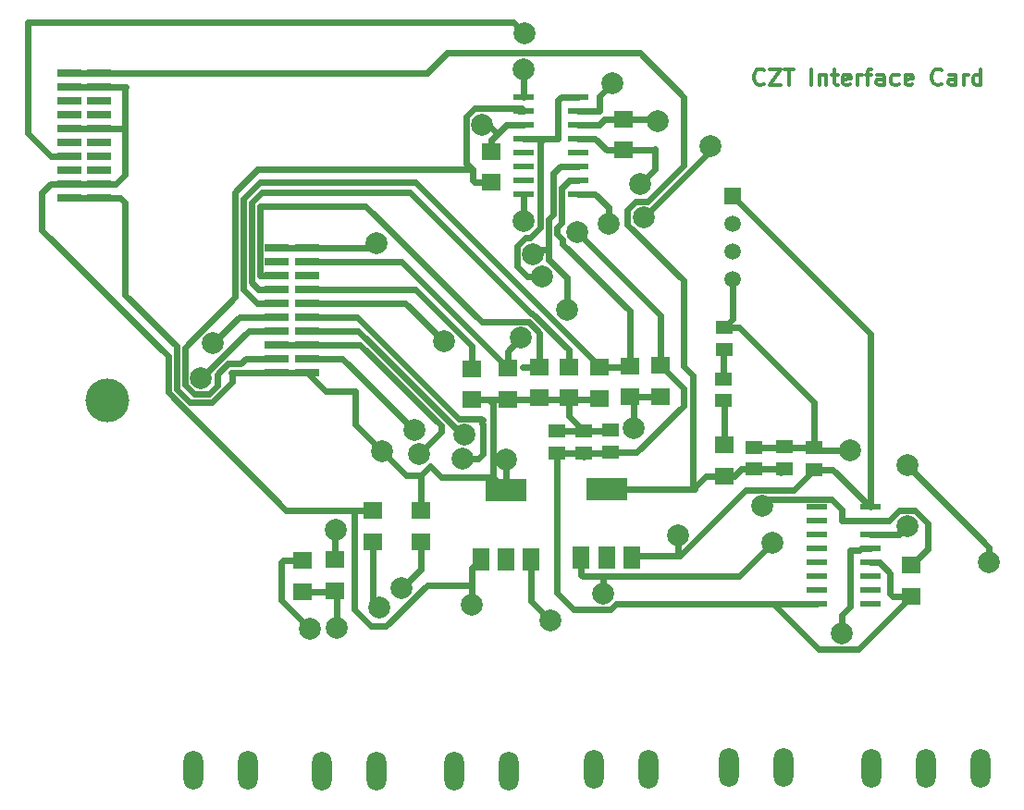
<source format=gbr>
%TF.GenerationSoftware,KiCad,Pcbnew,(5.1.9)-1*%
%TF.CreationDate,2021-09-03T15:16:10+00:00*%
%TF.ProjectId,CZTBoardV3,435a5442-6f61-4726-9456-332e6b696361,rev?*%
%TF.SameCoordinates,Original*%
%TF.FileFunction,Copper,L1,Top*%
%TF.FilePolarity,Positive*%
%FSLAX46Y46*%
G04 Gerber Fmt 4.6, Leading zero omitted, Abs format (unit mm)*
G04 Created by KiCad (PCBNEW (5.1.9)-1) date 2021-09-03 15:16:10*
%MOMM*%
%LPD*%
G01*
G04 APERTURE LIST*
%TA.AperFunction,NonConductor*%
%ADD10C,0.300000*%
%TD*%
%TA.AperFunction,ComponentPad*%
%ADD11C,4.000000*%
%TD*%
%TA.AperFunction,SMDPad,CuDef*%
%ADD12R,2.222400X0.736600*%
%TD*%
%TA.AperFunction,ComponentPad*%
%ADD13O,1.790700X3.581400*%
%TD*%
%TA.AperFunction,ComponentPad*%
%ADD14C,1.500000*%
%TD*%
%TA.AperFunction,ComponentPad*%
%ADD15R,1.500000X1.500000*%
%TD*%
%TA.AperFunction,SMDPad,CuDef*%
%ADD16R,1.981200X0.558800*%
%TD*%
%TA.AperFunction,SMDPad,CuDef*%
%ADD17R,1.803000X1.600000*%
%TD*%
%TA.AperFunction,SMDPad,CuDef*%
%ADD18R,3.800000X2.000000*%
%TD*%
%TA.AperFunction,SMDPad,CuDef*%
%ADD19R,1.500000X2.000000*%
%TD*%
%TA.AperFunction,SMDPad,CuDef*%
%ADD20R,1.600000X1.300000*%
%TD*%
%TA.AperFunction,ViaPad*%
%ADD21C,2.000000*%
%TD*%
%TA.AperFunction,Conductor*%
%ADD22C,0.609600*%
%TD*%
%TA.AperFunction,Conductor*%
%ADD23C,0.250000*%
%TD*%
G04 APERTURE END LIST*
D10*
X184230000Y-80585714D02*
X184158571Y-80657142D01*
X183944285Y-80728571D01*
X183801428Y-80728571D01*
X183587142Y-80657142D01*
X183444285Y-80514285D01*
X183372857Y-80371428D01*
X183301428Y-80085714D01*
X183301428Y-79871428D01*
X183372857Y-79585714D01*
X183444285Y-79442857D01*
X183587142Y-79300000D01*
X183801428Y-79228571D01*
X183944285Y-79228571D01*
X184158571Y-79300000D01*
X184230000Y-79371428D01*
X184730000Y-79228571D02*
X185730000Y-79228571D01*
X184730000Y-80728571D01*
X185730000Y-80728571D01*
X186087142Y-79228571D02*
X186944285Y-79228571D01*
X186515714Y-80728571D02*
X186515714Y-79228571D01*
X188587142Y-80728571D02*
X188587142Y-79228571D01*
X189301428Y-79728571D02*
X189301428Y-80728571D01*
X189301428Y-79871428D02*
X189372857Y-79800000D01*
X189515714Y-79728571D01*
X189730000Y-79728571D01*
X189872857Y-79800000D01*
X189944285Y-79942857D01*
X189944285Y-80728571D01*
X190444285Y-79728571D02*
X191015714Y-79728571D01*
X190658571Y-79228571D02*
X190658571Y-80514285D01*
X190730000Y-80657142D01*
X190872857Y-80728571D01*
X191015714Y-80728571D01*
X192087142Y-80657142D02*
X191944285Y-80728571D01*
X191658571Y-80728571D01*
X191515714Y-80657142D01*
X191444285Y-80514285D01*
X191444285Y-79942857D01*
X191515714Y-79800000D01*
X191658571Y-79728571D01*
X191944285Y-79728571D01*
X192087142Y-79800000D01*
X192158571Y-79942857D01*
X192158571Y-80085714D01*
X191444285Y-80228571D01*
X192801428Y-80728571D02*
X192801428Y-79728571D01*
X192801428Y-80014285D02*
X192872857Y-79871428D01*
X192944285Y-79800000D01*
X193087142Y-79728571D01*
X193230000Y-79728571D01*
X193515714Y-79728571D02*
X194087142Y-79728571D01*
X193730000Y-80728571D02*
X193730000Y-79442857D01*
X193801428Y-79300000D01*
X193944285Y-79228571D01*
X194087142Y-79228571D01*
X195230000Y-80728571D02*
X195230000Y-79942857D01*
X195158571Y-79800000D01*
X195015714Y-79728571D01*
X194730000Y-79728571D01*
X194587142Y-79800000D01*
X195230000Y-80657142D02*
X195087142Y-80728571D01*
X194730000Y-80728571D01*
X194587142Y-80657142D01*
X194515714Y-80514285D01*
X194515714Y-80371428D01*
X194587142Y-80228571D01*
X194730000Y-80157142D01*
X195087142Y-80157142D01*
X195230000Y-80085714D01*
X196587142Y-80657142D02*
X196444285Y-80728571D01*
X196158571Y-80728571D01*
X196015714Y-80657142D01*
X195944285Y-80585714D01*
X195872857Y-80442857D01*
X195872857Y-80014285D01*
X195944285Y-79871428D01*
X196015714Y-79800000D01*
X196158571Y-79728571D01*
X196444285Y-79728571D01*
X196587142Y-79800000D01*
X197801428Y-80657142D02*
X197658571Y-80728571D01*
X197372857Y-80728571D01*
X197230000Y-80657142D01*
X197158571Y-80514285D01*
X197158571Y-79942857D01*
X197230000Y-79800000D01*
X197372857Y-79728571D01*
X197658571Y-79728571D01*
X197801428Y-79800000D01*
X197872857Y-79942857D01*
X197872857Y-80085714D01*
X197158571Y-80228571D01*
X200515714Y-80585714D02*
X200444285Y-80657142D01*
X200230000Y-80728571D01*
X200087142Y-80728571D01*
X199872857Y-80657142D01*
X199730000Y-80514285D01*
X199658571Y-80371428D01*
X199587142Y-80085714D01*
X199587142Y-79871428D01*
X199658571Y-79585714D01*
X199730000Y-79442857D01*
X199872857Y-79300000D01*
X200087142Y-79228571D01*
X200230000Y-79228571D01*
X200444285Y-79300000D01*
X200515714Y-79371428D01*
X201801428Y-80728571D02*
X201801428Y-79942857D01*
X201730000Y-79800000D01*
X201587142Y-79728571D01*
X201301428Y-79728571D01*
X201158571Y-79800000D01*
X201801428Y-80657142D02*
X201658571Y-80728571D01*
X201301428Y-80728571D01*
X201158571Y-80657142D01*
X201087142Y-80514285D01*
X201087142Y-80371428D01*
X201158571Y-80228571D01*
X201301428Y-80157142D01*
X201658571Y-80157142D01*
X201801428Y-80085714D01*
X202515714Y-80728571D02*
X202515714Y-79728571D01*
X202515714Y-80014285D02*
X202587142Y-79871428D01*
X202658571Y-79800000D01*
X202801428Y-79728571D01*
X202944285Y-79728571D01*
X204087142Y-80728571D02*
X204087142Y-79228571D01*
X204087142Y-80657142D02*
X203944285Y-80728571D01*
X203658571Y-80728571D01*
X203515714Y-80657142D01*
X203444285Y-80585714D01*
X203372857Y-80442857D01*
X203372857Y-80014285D01*
X203444285Y-79871428D01*
X203515714Y-79800000D01*
X203658571Y-79728571D01*
X203944285Y-79728571D01*
X204087142Y-79800000D01*
D11*
%TO.P,U1,41*%
%TO.N,/HV*%
X124090000Y-109530000D03*
D12*
%TO.P,U1,1*%
%TO.N,/AVFE*%
X123391700Y-79562000D03*
%TO.P,U1,2*%
X120661200Y-79562000D03*
%TO.P,U1,3*%
%TO.N,AGND*%
X123391700Y-80832000D03*
%TO.P,U1,4*%
X120661200Y-80832000D03*
%TO.P,U1,5*%
%TO.N,N/C*%
X123391700Y-82102000D03*
%TO.P,U1,6*%
X120661200Y-82102000D03*
%TO.P,U1,7*%
X123391700Y-83372000D03*
%TO.P,U1,8*%
X120661200Y-83372000D03*
%TO.P,U1,9*%
%TO.N,AGND*%
X123391700Y-84642000D03*
%TO.P,U1,10*%
X120661200Y-84642000D03*
%TO.P,U1,11*%
%TO.N,N/C*%
X123391700Y-85912000D03*
%TO.P,U1,12*%
X120661200Y-85912000D03*
%TO.P,U1,13*%
X123391700Y-87182000D03*
%TO.P,U1,14*%
%TO.N,/PWR_ON*%
X120661200Y-87182000D03*
%TO.P,U1,15*%
%TO.N,N/C*%
X123391700Y-88452000D03*
%TO.P,U1,16*%
X120661200Y-88452000D03*
%TO.P,U1,17*%
%TO.N,AGND*%
X123391700Y-89722000D03*
%TO.P,U1,18*%
X120661200Y-89722000D03*
%TO.P,U1,19*%
%TO.N,VCC*%
X123391700Y-90992000D03*
%TO.P,U1,20*%
X120661200Y-90992000D03*
%TO.P,U1,21*%
%TO.N,DGND*%
X142385300Y-95565000D03*
%TO.P,U1,22*%
X139654800Y-95565000D03*
%TO.P,U1,23*%
%TO.N,/RST*%
X142385300Y-96835000D03*
%TO.P,U1,24*%
%TO.N,/GPIO*%
X139654800Y-96835000D03*
%TO.P,U1,25*%
%TO.N,Net-(U1-Pad25)*%
X142385300Y-98105000D03*
%TO.P,U1,26*%
%TO.N,/TDI*%
X139654800Y-98105000D03*
%TO.P,U1,27*%
%TO.N,/TMS*%
X142385300Y-99375000D03*
%TO.P,U1,28*%
%TO.N,/TCK*%
X139654800Y-99375000D03*
%TO.P,U1,29*%
%TO.N,/SS_N*%
X142385300Y-100645000D03*
%TO.P,U1,30*%
%TO.N,/SS_P*%
X139654800Y-100645000D03*
%TO.P,U1,31*%
%TO.N,/MISO_N*%
X142385300Y-101915000D03*
%TO.P,U1,32*%
%TO.N,/MISO_P*%
X139654800Y-101915000D03*
%TO.P,U1,33*%
%TO.N,/MOSI_N*%
X142385300Y-103185000D03*
%TO.P,U1,34*%
%TO.N,/MOSI_P*%
X139654800Y-103185000D03*
%TO.P,U1,35*%
%TO.N,DGND*%
X142385300Y-104455000D03*
%TO.P,U1,36*%
X139654800Y-104455000D03*
%TO.P,U1,37*%
%TO.N,/CLK_N*%
X142385300Y-105725000D03*
%TO.P,U1,38*%
%TO.N,/CLK_P*%
X139654800Y-105725000D03*
%TO.P,U1,39*%
%TO.N,VCC*%
X142385300Y-106995000D03*
%TO.P,U1,40*%
X139654800Y-106995000D03*
%TD*%
D13*
%TO.P,X6,3*%
%TO.N,/GPIO*%
X204090000Y-143240000D03*
%TO.P,X6,2*%
%TO.N,/RST*%
X199090000Y-143240000D03*
%TO.P,X6,1*%
%TO.N,/PWR_ON*%
X194090000Y-143240000D03*
%TD*%
%TO.P,X5,2*%
%TO.N,/MISO*%
X185990000Y-143220000D03*
%TO.P,X5,1*%
%TO.N,/SS*%
X180990000Y-143220000D03*
%TD*%
%TO.P,X4,2*%
%TO.N,/MOSI*%
X173690000Y-143320000D03*
%TO.P,X4,1*%
%TO.N,/CLK*%
X168690000Y-143320000D03*
%TD*%
%TO.P,X3,2*%
%TO.N,/VIN5V*%
X160890000Y-143520000D03*
%TO.P,X3,1*%
%TO.N,AGND*%
X155890000Y-143520000D03*
%TD*%
%TO.P,X2,2*%
%TO.N,/LED+*%
X148790000Y-143520000D03*
%TO.P,X2,1*%
%TO.N,/LED-*%
X143790000Y-143520000D03*
%TD*%
%TO.P,X1,2*%
%TO.N,/EXT_PICO_GND*%
X136990000Y-143450000D03*
%TO.P,X1,1*%
%TO.N,/EXT_PICO_600V*%
X131990000Y-143450000D03*
%TD*%
D14*
%TO.P,U4,4*%
%TO.N,AGND*%
X181350000Y-98440000D03*
%TO.P,U4,3*%
%TO.N,Net-(U4-Pad3)*%
X181350000Y-95900000D03*
%TO.P,U4,2*%
%TO.N,/NC*%
X181350000Y-93360000D03*
D15*
%TO.P,U4,1*%
%TO.N,VCC*%
X181350000Y-90820000D03*
%TD*%
D16*
%TO.P,U3,16*%
%TO.N,VCC*%
X193963800Y-119325000D03*
%TO.P,U3,15*%
%TO.N,/MISO_N*%
X193963800Y-120595000D03*
%TO.P,U3,14*%
%TO.N,/MISO_P*%
X193963800Y-121865000D03*
%TO.P,U3,13*%
%TO.N,/MISO*%
X193963800Y-123135000D03*
%TO.P,U3,12*%
%TO.N,DGND*%
X193963800Y-124405000D03*
%TO.P,U3,11*%
%TO.N,Net-(U3-Pad11)*%
X193963800Y-125675000D03*
%TO.P,U3,10*%
%TO.N,Net-(U3-Pad10)*%
X193963800Y-126945000D03*
%TO.P,U3,9*%
%TO.N,Net-(U3-Pad9)*%
X193963800Y-128215000D03*
%TO.P,U3,8*%
%TO.N,DGND*%
X189036200Y-128215000D03*
%TO.P,U3,7*%
%TO.N,Net-(U3-Pad7)*%
X189036200Y-126945000D03*
%TO.P,U3,6*%
%TO.N,Net-(U3-Pad6)*%
X189036200Y-125675000D03*
%TO.P,U3,5*%
%TO.N,Net-(U3-Pad5)*%
X189036200Y-124405000D03*
%TO.P,U3,4*%
%TO.N,Net-(U3-Pad4)*%
X189036200Y-123135000D03*
%TO.P,U3,3*%
%TO.N,Net-(U3-Pad3)*%
X189036200Y-121865000D03*
%TO.P,U3,2*%
%TO.N,Net-(U3-Pad2)*%
X189036200Y-120595000D03*
%TO.P,U3,1*%
%TO.N,Net-(U3-Pad1)*%
X189036200Y-119325000D03*
%TD*%
%TO.P,U2,16*%
%TO.N,VCC*%
X167183800Y-81765000D03*
%TO.P,U2,15*%
%TO.N,/MOSI*%
X167183800Y-83035000D03*
%TO.P,U2,14*%
%TO.N,/MOSI_P*%
X167183800Y-84305000D03*
%TO.P,U2,13*%
%TO.N,/MOSI_N*%
X167183800Y-85575000D03*
%TO.P,U2,12*%
%TO.N,Net-(U2-Pad12)*%
X167183800Y-86845000D03*
%TO.P,U2,11*%
%TO.N,/SS_N*%
X167183800Y-88115000D03*
%TO.P,U2,10*%
%TO.N,/SS_P*%
X167183800Y-89385000D03*
%TO.P,U2,9*%
%TO.N,/SS*%
X167183800Y-90655000D03*
%TO.P,U2,8*%
%TO.N,DGND*%
X162256200Y-90655000D03*
%TO.P,U2,7*%
%TO.N,Net-(U2-Pad7)*%
X162256200Y-89385000D03*
%TO.P,U2,6*%
%TO.N,Net-(U2-Pad6)*%
X162256200Y-88115000D03*
%TO.P,U2,5*%
%TO.N,Net-(U2-Pad5)*%
X162256200Y-86845000D03*
%TO.P,U2,4*%
%TO.N,VCC*%
X162256200Y-85575000D03*
%TO.P,U2,3*%
%TO.N,/CLK_N*%
X162256200Y-84305000D03*
%TO.P,U2,2*%
%TO.N,/CLK_P*%
X162256200Y-83035000D03*
%TO.P,U2,1*%
%TO.N,/CLK*%
X162256200Y-81765000D03*
%TD*%
D17*
%TO.P,R21,1*%
%TO.N,/AVFE*%
X180590000Y-116474000D03*
%TO.P,R21,2*%
%TO.N,Net-(C13-Pad1)*%
X180590000Y-113630000D03*
%TD*%
%TO.P,R18,1*%
%TO.N,/MISO_P*%
X142000000Y-127094000D03*
%TO.P,R18,2*%
%TO.N,VCC*%
X142000000Y-124250000D03*
%TD*%
%TO.P,R17,1*%
%TO.N,/MISO_N*%
X197720000Y-124668000D03*
%TO.P,R17,2*%
%TO.N,DGND*%
X197720000Y-127512000D03*
%TD*%
%TO.P,R16,1*%
%TO.N,/TDI*%
X163680000Y-106500000D03*
%TO.P,R16,2*%
%TO.N,VCC*%
X163680000Y-109344000D03*
%TD*%
%TO.P,R15,1*%
%TO.N,/TMS*%
X157480000Y-106680000D03*
%TO.P,R15,2*%
%TO.N,VCC*%
X157480000Y-109524000D03*
%TD*%
%TO.P,R14,1*%
%TO.N,/TCK*%
X166350000Y-106500000D03*
%TO.P,R14,2*%
%TO.N,VCC*%
X166350000Y-109344000D03*
%TD*%
%TO.P,R13,1*%
%TO.N,DGND*%
X174740000Y-106380000D03*
%TO.P,R13,2*%
%TO.N,/SS_N*%
X174740000Y-109224000D03*
%TD*%
%TO.P,R12,1*%
%TO.N,VCC*%
X169160000Y-109374000D03*
%TO.P,R12,2*%
%TO.N,/SS_P*%
X169160000Y-106530000D03*
%TD*%
%TO.P,R11,1*%
%TO.N,AGND*%
X148390000Y-119650000D03*
%TO.P,R11,2*%
%TO.N,/LED-*%
X148390000Y-122494000D03*
%TD*%
%TO.P,R10,1*%
%TO.N,VCC*%
X152790000Y-119650000D03*
%TO.P,R10,2*%
%TO.N,/LED+*%
X152790000Y-122494000D03*
%TD*%
%TO.P,R9,1*%
%TO.N,/RST*%
X160810000Y-106620000D03*
%TO.P,R9,2*%
%TO.N,VCC*%
X160810000Y-109464000D03*
%TD*%
%TO.P,R4,1*%
%TO.N,/MISO_N*%
X144930000Y-124138000D03*
%TO.P,R4,2*%
%TO.N,/MISO_P*%
X144930000Y-126982000D03*
%TD*%
%TO.P,R3,1*%
%TO.N,/MOSI_N*%
X171360000Y-86664000D03*
%TO.P,R3,2*%
%TO.N,/MOSI_P*%
X171360000Y-83820000D03*
%TD*%
%TO.P,R2,1*%
%TO.N,/SS_P*%
X171920000Y-106428000D03*
%TO.P,R2,2*%
%TO.N,/SS_N*%
X171920000Y-109272000D03*
%TD*%
%TO.P,R1,1*%
%TO.N,/CLK_P*%
X159290000Y-89612000D03*
%TO.P,R1,2*%
%TO.N,/CLK_N*%
X159290000Y-86768000D03*
%TD*%
D18*
%TO.P,IC2,4*%
%TO.N,/AVFE*%
X169810000Y-117660000D03*
D19*
%TO.P,IC2,3*%
%TO.N,VCC*%
X172110000Y-123960000D03*
%TO.P,IC2,2*%
%TO.N,N/C*%
X169810000Y-123960000D03*
%TO.P,IC2,1*%
%TO.N,AGND*%
X167510000Y-123960000D03*
%TD*%
D18*
%TO.P,IC1,4*%
%TO.N,VCC*%
X160590000Y-117800000D03*
D19*
%TO.P,IC1,3*%
%TO.N,/VIN5V*%
X162890000Y-124100000D03*
%TO.P,IC1,2*%
%TO.N,N/C*%
X160590000Y-124100000D03*
%TO.P,IC1,1*%
%TO.N,AGND*%
X158290000Y-124100000D03*
%TD*%
D20*
%TO.P,C14,2*%
%TO.N,AGND*%
X180570000Y-102880000D03*
%TO.P,C14,1*%
%TO.N,Net-(C13-Pad2)*%
X180570000Y-104880000D03*
%TD*%
%TO.P,C13,2*%
%TO.N,Net-(C13-Pad2)*%
X180550000Y-107610000D03*
%TO.P,C13,1*%
%TO.N,Net-(C13-Pad1)*%
X180550000Y-109610000D03*
%TD*%
%TO.P,C12,2*%
%TO.N,AGND*%
X183340000Y-113860000D03*
%TO.P,C12,1*%
%TO.N,/AVFE*%
X183340000Y-115860000D03*
%TD*%
%TO.P,C11,2*%
%TO.N,AGND*%
X186110000Y-113840000D03*
%TO.P,C11,1*%
%TO.N,/AVFE*%
X186110000Y-115840000D03*
%TD*%
%TO.P,C6,2*%
%TO.N,AGND*%
X188850000Y-113880000D03*
%TO.P,C6,1*%
%TO.N,VCC*%
X188850000Y-115880000D03*
%TD*%
%TO.P,C4,2*%
%TO.N,DGND*%
X167700000Y-114360000D03*
%TO.P,C4,1*%
%TO.N,VCC*%
X167700000Y-112360000D03*
%TD*%
%TO.P,C3,2*%
%TO.N,DGND*%
X170180000Y-114320000D03*
%TO.P,C3,1*%
%TO.N,VCC*%
X170180000Y-112320000D03*
%TD*%
%TO.P,C2,2*%
%TO.N,DGND*%
X165280000Y-114370000D03*
%TO.P,C2,1*%
%TO.N,VCC*%
X165280000Y-112370000D03*
%TD*%
D21*
%TO.N,AGND*%
X157480000Y-128270000D03*
X184980000Y-122650000D03*
X192110000Y-114110000D03*
X169510000Y-127250000D03*
%TO.N,VCC*%
X176380000Y-121910000D03*
X142640000Y-130460000D03*
X149273669Y-114251134D03*
X163950052Y-98200755D03*
X160640000Y-114977210D03*
%TO.N,/PWR_ON*%
X162285404Y-75925404D03*
%TO.N,/RST*%
X162010000Y-103850000D03*
X197340000Y-115530000D03*
X204850000Y-124410000D03*
%TO.N,/SS_N*%
X166200000Y-101280000D03*
X172280000Y-112120000D03*
X154920000Y-104170000D03*
X163070000Y-96160000D03*
%TO.N,/MISO_N*%
X145000000Y-121390000D03*
X156646774Y-114945399D03*
X184070000Y-119200000D03*
%TO.N,/MISO_P*%
X145100000Y-130400000D03*
X133817210Y-104346890D03*
X197329596Y-121119596D03*
%TO.N,/MOSI_N*%
X172850000Y-89750000D03*
X156827220Y-112704146D03*
%TO.N,/MOSI_P*%
X132700000Y-107550000D03*
X174522790Y-83990000D03*
%TO.N,/CLK_N*%
X152200000Y-112300000D03*
X158440000Y-84310000D03*
%TO.N,/MOSI*%
X170330000Y-80570000D03*
%TO.N,/SS*%
X179290000Y-86310000D03*
X173200000Y-92820000D03*
X170035427Y-93379625D03*
%TO.N,/CLK*%
X162190000Y-79232788D03*
%TO.N,/MISO*%
X191340000Y-130900000D03*
%TO.N,/LED-*%
X149050404Y-128510404D03*
%TO.N,/LED+*%
X151079596Y-126739596D03*
%TO.N,/VIN5V*%
X164649326Y-129727210D03*
%TO.N,DGND*%
X148720000Y-95140000D03*
X152631387Y-114458660D03*
X167126118Y-94200931D03*
X162248956Y-93135563D03*
%TD*%
D22*
%TO.N,AGND*%
X123391700Y-80832000D02*
X124424162Y-80832000D01*
X124424162Y-84642000D02*
X123391700Y-84642000D01*
X124908000Y-89722000D02*
X123391700Y-89722000D01*
X125730000Y-88900000D02*
X124908000Y-89722000D01*
X125730000Y-85947838D02*
X125730000Y-88900000D01*
X120661200Y-89722000D02*
X123391700Y-89722000D01*
X147016738Y-119650000D02*
X148390000Y-119650000D01*
X120661200Y-89722000D02*
X119628738Y-89722000D01*
X148590000Y-119450000D02*
X148390000Y-119650000D01*
X188830000Y-113860000D02*
X188850000Y-113880000D01*
X183340000Y-113860000D02*
X188830000Y-113860000D01*
X188850000Y-109750400D02*
X188850000Y-113880000D01*
X181979600Y-102880000D02*
X188850000Y-109750400D01*
X180570000Y-102880000D02*
X181979600Y-102880000D01*
X188850000Y-113880000D02*
X189122962Y-113880000D01*
X181960000Y-125670000D02*
X184980000Y-122650000D01*
X176900000Y-125670000D02*
X181960000Y-125670000D01*
X177242962Y-125670000D02*
X176900000Y-125670000D01*
X189080000Y-114110000D02*
X188850000Y-113880000D01*
X192110000Y-114110000D02*
X189080000Y-114110000D01*
X167510000Y-125569600D02*
X167510000Y-123960000D01*
X167610400Y-125670000D02*
X167510000Y-125569600D01*
X181350000Y-102100000D02*
X180570000Y-102880000D01*
X181350000Y-98440000D02*
X181350000Y-102100000D01*
X146878900Y-119650000D02*
X148390000Y-119650000D01*
X120661200Y-89722000D02*
X118940400Y-89722000D01*
X118940400Y-89722000D02*
X118110000Y-90552400D01*
X118110000Y-90552400D02*
X118110000Y-93980000D01*
X129678776Y-105548776D02*
X129678776Y-108840728D01*
X118110000Y-93980000D02*
X129678776Y-105548776D01*
X129678776Y-108840728D02*
X140488048Y-119650000D01*
X157480000Y-124910000D02*
X158290000Y-124100000D01*
X169510000Y-125750000D02*
X169590000Y-125670000D01*
X169510000Y-127250000D02*
X169510000Y-125750000D01*
X169590000Y-125670000D02*
X167610400Y-125670000D01*
X176900000Y-125670000D02*
X169590000Y-125670000D01*
X157480000Y-128270000D02*
X157480000Y-126490000D01*
X157480000Y-126490000D02*
X157480000Y-124910000D01*
X157480000Y-126490000D02*
X153390000Y-126490000D01*
X153390000Y-126490000D02*
X149650000Y-130230000D01*
X149650000Y-130230000D02*
X148220000Y-130230000D01*
X148220000Y-130230000D02*
X146690000Y-128700000D01*
X146690000Y-119750000D02*
X146590000Y-119650000D01*
X146690000Y-128700000D02*
X146690000Y-119750000D01*
X146590000Y-119650000D02*
X146878900Y-119650000D01*
X140488048Y-119650000D02*
X146590000Y-119650000D01*
X123391700Y-80832000D02*
X125842000Y-80832000D01*
X125522000Y-84642000D02*
X125730000Y-84850000D01*
X123391700Y-84642000D02*
X125522000Y-84642000D01*
X125730000Y-84850000D02*
X125730000Y-85947838D01*
X125730000Y-80944000D02*
X125730000Y-84850000D01*
X120661200Y-80832000D02*
X123391700Y-80832000D01*
X120661200Y-84642000D02*
X123391700Y-84642000D01*
D23*
%TO.N,VCC*%
X160590000Y-117800000D02*
X160590000Y-117540000D01*
D22*
X152790000Y-119650000D02*
X152790000Y-116450000D01*
X152790000Y-116450000D02*
X153670000Y-115570000D01*
X120661200Y-90992000D02*
X123391700Y-90992000D01*
X123391700Y-90992000D02*
X125282000Y-90992000D01*
X125282000Y-90992000D02*
X125730000Y-91440000D01*
X125730000Y-91440000D02*
X125730000Y-96520000D01*
X125730000Y-96520000D02*
X125730000Y-97226395D01*
X135575000Y-106995000D02*
X142385300Y-106995000D01*
X135498605Y-106995000D02*
X135575000Y-106995000D01*
X159400000Y-116610000D02*
X160590000Y-117800000D01*
X169010000Y-109524000D02*
X169160000Y-109374000D01*
X157480000Y-109524000D02*
X169010000Y-109524000D01*
X166350000Y-111010000D02*
X167700000Y-112360000D01*
X166350000Y-109344000D02*
X166350000Y-111010000D01*
X170140000Y-112360000D02*
X170180000Y-112320000D01*
X167700000Y-112360000D02*
X170140000Y-112360000D01*
X167690000Y-112370000D02*
X167700000Y-112360000D01*
X165280000Y-112370000D02*
X167690000Y-112370000D01*
X167183800Y-81765000D02*
X165655000Y-81765000D01*
X165655000Y-81765000D02*
X165330000Y-82090000D01*
X165330000Y-82090000D02*
X165330000Y-85630000D01*
X162311200Y-85630000D02*
X162256200Y-85575000D01*
X172270000Y-123800000D02*
X172110000Y-123960000D01*
X165330000Y-85630000D02*
X164050000Y-85630000D01*
X164050000Y-85630000D02*
X162311200Y-85630000D01*
X125730000Y-99904306D02*
X130440787Y-104615093D01*
X130440787Y-108525093D02*
X131684907Y-109769213D01*
X130440787Y-104615093D02*
X130440787Y-108525093D01*
X131684907Y-109769213D02*
X133715093Y-109769213D01*
X135575000Y-107909306D02*
X135575000Y-106995000D01*
X133715093Y-109769213D02*
X135575000Y-107909306D01*
X125730000Y-96520000D02*
X125730000Y-99904306D01*
X176380000Y-123660000D02*
X176520000Y-123800000D01*
X176380000Y-121910000D02*
X176380000Y-123660000D01*
X176520000Y-123800000D02*
X172270000Y-123800000D01*
X140240000Y-124250000D02*
X142000000Y-124250000D01*
X140060000Y-124430000D02*
X140240000Y-124250000D01*
X140060000Y-127880000D02*
X140060000Y-124430000D01*
X142640000Y-130460000D02*
X140060000Y-127880000D01*
X142385300Y-106995000D02*
X144115300Y-108725000D01*
X144115300Y-108725000D02*
X146825000Y-108725000D01*
X154710000Y-116610000D02*
X159400000Y-116610000D01*
X153670000Y-115570000D02*
X154710000Y-116610000D01*
X146825000Y-108725000D02*
X146825000Y-110414682D01*
X146825000Y-108725000D02*
X146825000Y-111802465D01*
X148273670Y-113251135D02*
X149273669Y-114251134D01*
X146825000Y-111802465D02*
X148273670Y-113251135D01*
X188850000Y-115880000D02*
X190518800Y-115880000D01*
X190518800Y-115880000D02*
X193963800Y-119325000D01*
X161612799Y-97277715D02*
X162535839Y-98200755D01*
X163769999Y-93733343D02*
X162800543Y-94702799D01*
X162370543Y-94702799D02*
X161612799Y-95460543D01*
X162800543Y-94702799D02*
X162370543Y-94702799D01*
X164050000Y-85630000D02*
X163769999Y-85910001D01*
X163769999Y-85910001D02*
X163769999Y-93733343D01*
X161612799Y-95460543D02*
X161612799Y-97277715D01*
X162535839Y-98200755D02*
X163950052Y-98200755D01*
X151472535Y-116450000D02*
X149273669Y-114251134D01*
X152790000Y-116450000D02*
X151472535Y-116450000D01*
X193963800Y-103433800D02*
X193963800Y-119325000D01*
X181350000Y-90820000D02*
X193963800Y-103433800D01*
X158991100Y-109524000D02*
X159400000Y-109932900D01*
X157480000Y-109524000D02*
X158991100Y-109524000D01*
X159400000Y-109932900D02*
X159400000Y-116610000D01*
X188850000Y-115880000D02*
X186987202Y-117742798D01*
X186987202Y-117742798D02*
X182577202Y-117742798D01*
X182577202Y-117742798D02*
X176520000Y-123800000D01*
X160590000Y-115027210D02*
X160640000Y-114977210D01*
X160590000Y-117800000D02*
X160590000Y-115027210D01*
%TO.N,/AVFE*%
X185750000Y-116200000D02*
X186110000Y-115840000D01*
X132902000Y-79562000D02*
X130868000Y-79562000D01*
X130868000Y-79562000D02*
X123391700Y-79562000D01*
X177460000Y-117660000D02*
X177870000Y-117660000D01*
X169810000Y-117660000D02*
X177460000Y-117660000D01*
X130868000Y-79562000D02*
X153401342Y-79562000D01*
X173579556Y-91362798D02*
X172500542Y-91362798D01*
X176860712Y-106479288D02*
X177700000Y-107318576D01*
X176860712Y-88081642D02*
X173579556Y-91362798D01*
X171742798Y-93479458D02*
X176860712Y-98597372D01*
X177700000Y-107318576D02*
X177700000Y-117420000D01*
X172500542Y-91362798D02*
X171742798Y-92120542D01*
X176860712Y-81760712D02*
X176860712Y-88081642D01*
X153401342Y-79562000D02*
X155187756Y-77775586D01*
X172875586Y-77775586D02*
X176860712Y-81760712D01*
X155187756Y-77775586D02*
X172875586Y-77775586D01*
X171742798Y-92120542D02*
X171742798Y-93479458D01*
X176860712Y-98597372D02*
X176860712Y-106479288D01*
X177700000Y-117420000D02*
X177460000Y-117660000D01*
X186090000Y-115860000D02*
X186110000Y-115840000D01*
X183340000Y-115860000D02*
X186090000Y-115860000D01*
X120661200Y-79562000D02*
X123391700Y-79562000D01*
X177700000Y-117420000D02*
X177990000Y-117420000D01*
X178936000Y-116474000D02*
X180590000Y-116474000D01*
X177990000Y-117420000D02*
X178936000Y-116474000D01*
X180590000Y-116474000D02*
X181516000Y-116474000D01*
X182130000Y-115860000D02*
X183340000Y-115860000D01*
X181516000Y-116474000D02*
X182130000Y-115860000D01*
%TO.N,/PWR_ON*%
X120661200Y-87182000D02*
X118940400Y-87182000D01*
X116840000Y-74930000D02*
X116844595Y-74925405D01*
X116844595Y-74925405D02*
X161285405Y-74925405D01*
X161285405Y-74925405D02*
X162285404Y-75925404D01*
X116840000Y-85081600D02*
X116840000Y-74930000D01*
X118940400Y-87182000D02*
X116840000Y-85081600D01*
%TO.N,/RST*%
X151025000Y-96835000D02*
X142385300Y-96835000D01*
X160810000Y-106620000D02*
X151025000Y-96835000D01*
X160810000Y-105050000D02*
X162010000Y-103850000D01*
X160810000Y-106620000D02*
X160810000Y-105050000D01*
X204850000Y-123040000D02*
X204850000Y-124410000D01*
X197340000Y-115530000D02*
X204850000Y-123040000D01*
%TO.N,/SS_N*%
X174692000Y-109272000D02*
X174740000Y-109224000D01*
X171920000Y-109272000D02*
X174692000Y-109272000D01*
X172280000Y-109632000D02*
X171920000Y-109272000D01*
X172280000Y-112120000D02*
X172280000Y-109632000D01*
X142385300Y-100645000D02*
X151395000Y-100645000D01*
X151395000Y-100645000D02*
X154920000Y-104170000D01*
X166200000Y-98322765D02*
X166200000Y-101280000D01*
X164973988Y-92531706D02*
X164540788Y-92964906D01*
X164973988Y-88724612D02*
X164973988Y-92531706D01*
X167183800Y-88115000D02*
X165583600Y-88115000D01*
X164540788Y-96663553D02*
X166200000Y-98322765D01*
X165583600Y-88115000D02*
X164973988Y-88724612D01*
X163500788Y-95729212D02*
X164540788Y-95729212D01*
X163070000Y-96160000D02*
X163500788Y-95729212D01*
X164540788Y-95729212D02*
X164540788Y-96663553D01*
X164540788Y-92964906D02*
X164540788Y-95729212D01*
%TO.N,/SS_P*%
X169160000Y-106530000D02*
X169160000Y-106440000D01*
X169160000Y-106440000D02*
X152290000Y-89570000D01*
X152290000Y-89570000D02*
X138090000Y-89570000D01*
X136562378Y-91097623D02*
X136562378Y-99402378D01*
X138090000Y-89570000D02*
X136562378Y-91097623D01*
X137805000Y-100645000D02*
X139654800Y-100645000D01*
X136562378Y-99402378D02*
X137805000Y-100645000D01*
X171818000Y-106530000D02*
X171920000Y-106428000D01*
X169160000Y-106530000D02*
X171818000Y-106530000D01*
X165807201Y-94820543D02*
X165807201Y-95260543D01*
X165735999Y-93337341D02*
X165302799Y-93770541D01*
X171920000Y-101373342D02*
X171920000Y-106428000D01*
X165735999Y-90121601D02*
X165735999Y-93337341D01*
X167183800Y-89385000D02*
X166472600Y-89385000D01*
X165807201Y-95260543D02*
X171920000Y-101373342D01*
X165302799Y-93770541D02*
X165302798Y-94316140D01*
X166472600Y-89385000D02*
X165735999Y-90121601D01*
X165302798Y-94316140D02*
X165807201Y-94820543D01*
%TO.N,/MISO_N*%
X144930000Y-121460000D02*
X145000000Y-121390000D01*
X144930000Y-124138000D02*
X144930000Y-121460000D01*
X196630139Y-119662395D02*
X198029053Y-119662395D01*
X199207202Y-120840542D02*
X199207202Y-123180798D01*
X198029053Y-119662395D02*
X199207202Y-120840542D01*
X199207202Y-123180798D02*
X197720000Y-124668000D01*
X195697534Y-120595000D02*
X196630139Y-119662395D01*
X193963800Y-120595000D02*
X195697534Y-120595000D01*
X158538044Y-111753373D02*
X158538044Y-114468342D01*
X158060987Y-114945399D02*
X156646774Y-114945399D01*
X158538044Y-114468342D02*
X158060987Y-114945399D01*
X158440000Y-111655329D02*
X158538044Y-111753373D01*
X193963800Y-120595000D02*
X191355000Y-120595000D01*
X191355000Y-119550838D02*
X190392561Y-118588399D01*
X184681601Y-118588399D02*
X184070000Y-119200000D01*
X191355000Y-120595000D02*
X191355000Y-119550838D01*
X190392561Y-118588399D02*
X184681601Y-118588399D01*
X142385300Y-101915000D02*
X146975000Y-101915000D01*
X146975000Y-101915000D02*
X156306944Y-111246944D01*
X156306944Y-111246944D02*
X158326944Y-111246944D01*
X158326944Y-111246944D02*
X158460000Y-111380000D01*
%TO.N,/MISO_P*%
X144818000Y-127094000D02*
X144930000Y-126982000D01*
X142000000Y-127094000D02*
X144818000Y-127094000D01*
X145100000Y-127152000D02*
X144930000Y-126982000D01*
X145100000Y-130400000D02*
X145100000Y-127152000D01*
X136249100Y-101915000D02*
X133817210Y-104346890D01*
X139654800Y-101915000D02*
X136249100Y-101915000D01*
X196584192Y-121865000D02*
X197329596Y-121119596D01*
X193963800Y-121865000D02*
X196584192Y-121865000D01*
%TO.N,/MOSI_N*%
X167183800Y-85575000D02*
X168755000Y-85575000D01*
X169844000Y-86664000D02*
X171360000Y-86664000D01*
X168755000Y-85575000D02*
X169844000Y-86664000D01*
X172850000Y-89750000D02*
X174210000Y-88390000D01*
X174210000Y-88390000D02*
X174210000Y-86540000D01*
X174086000Y-86664000D02*
X171360000Y-86664000D01*
X174210000Y-86540000D02*
X174086000Y-86664000D01*
X156596500Y-112704146D02*
X156827220Y-112704146D01*
X147077354Y-103185000D02*
X156596500Y-112704146D01*
X142385300Y-103185000D02*
X147077354Y-103185000D01*
%TO.N,/MOSI_P*%
X167183800Y-84305000D02*
X169145000Y-84305000D01*
X169630000Y-83820000D02*
X171360000Y-83820000D01*
X169145000Y-84305000D02*
X169630000Y-83820000D01*
X137065000Y-103185000D02*
X132700000Y-107550000D01*
X139654800Y-103185000D02*
X137065000Y-103185000D01*
X174352790Y-83820000D02*
X174522790Y-83990000D01*
X171360000Y-83820000D02*
X174352790Y-83820000D01*
%TO.N,/CLK_N*%
X159290000Y-85671000D02*
X159290000Y-86768000D01*
X162256200Y-84305000D02*
X160656000Y-84305000D01*
X145625000Y-105725000D02*
X152200000Y-112300000D01*
X142385300Y-105725000D02*
X145625000Y-105725000D01*
X158970000Y-84310000D02*
X159810500Y-85150500D01*
X159810500Y-85150500D02*
X159290000Y-85671000D01*
X158440000Y-84310000D02*
X158970000Y-84310000D01*
X160656000Y-84305000D02*
X159810500Y-85150500D01*
%TO.N,/CLK_P*%
X162256200Y-83035000D02*
X161825000Y-83035000D01*
X157722000Y-89612000D02*
X159290000Y-89612000D01*
X157560000Y-89450000D02*
X157722000Y-89612000D01*
X157560000Y-88440000D02*
X157560000Y-89450000D01*
X137850000Y-88440000D02*
X157560000Y-88440000D01*
X136325636Y-106222010D02*
X135105636Y-106222010D01*
X131202798Y-108169458D02*
X131202798Y-104709736D01*
X135800376Y-100112158D02*
X135800376Y-90489624D01*
X132040542Y-109007202D02*
X131202798Y-108169458D01*
X134157202Y-108249458D02*
X133399458Y-109007202D01*
X133399458Y-109007202D02*
X132040542Y-109007202D01*
X134157202Y-107170444D02*
X134157202Y-108249458D01*
X131202798Y-104709736D02*
X135800376Y-100112158D01*
X135105636Y-106222010D02*
X134157202Y-107170444D01*
X135800376Y-90489624D02*
X137850000Y-88440000D01*
X136822646Y-105725000D02*
X136325636Y-106222010D01*
X139654800Y-105725000D02*
X136822646Y-105725000D01*
X156982799Y-83610543D02*
X156982799Y-87862799D01*
X162256200Y-83035000D02*
X162073999Y-82852799D01*
X157740543Y-82852799D02*
X156982799Y-83610543D01*
X162073999Y-82852799D02*
X157740543Y-82852799D01*
X156982799Y-87862799D02*
X157560000Y-88440000D01*
%TO.N,/MOSI*%
X170330000Y-80570000D02*
X169180000Y-81720000D01*
X169180000Y-81720000D02*
X169180000Y-83020000D01*
X169165000Y-83035000D02*
X167183800Y-83035000D01*
X169180000Y-83020000D02*
X169165000Y-83035000D01*
%TO.N,/SS*%
X179290000Y-86730000D02*
X173200000Y-92820000D01*
X179290000Y-86310000D02*
X179290000Y-86730000D01*
X167183800Y-90655000D02*
X168784000Y-90655000D01*
X170035427Y-91906427D02*
X170035427Y-93379625D01*
X168784000Y-90655000D02*
X170035427Y-91906427D01*
%TO.N,/CLK*%
X162256200Y-79298988D02*
X162190000Y-79232788D01*
X162256200Y-81765000D02*
X162256200Y-79298988D01*
%TO.N,/MISO*%
X193140838Y-123135000D02*
X192995838Y-123280000D01*
X193963800Y-123135000D02*
X193140838Y-123135000D01*
X192995838Y-123280000D02*
X192100000Y-123280000D01*
X192100000Y-128444162D02*
X192130000Y-128474162D01*
X192100000Y-123280000D02*
X192100000Y-128444162D01*
X191340000Y-129204162D02*
X192100000Y-128444162D01*
X191340000Y-130900000D02*
X191340000Y-129204162D01*
%TO.N,/LED-*%
X148390000Y-122494000D02*
X148390000Y-127850000D01*
X148390000Y-127850000D02*
X149050404Y-128510404D01*
%TO.N,/LED+*%
X152790000Y-125029192D02*
X151079596Y-126739596D01*
X152790000Y-122494000D02*
X152790000Y-125029192D01*
%TO.N,/VIN5V*%
X162890000Y-124100000D02*
X162890000Y-127967884D01*
X162890000Y-127967884D02*
X164649326Y-129727210D01*
%TO.N,Net-(C13-Pad2)*%
X180550000Y-104900000D02*
X180570000Y-104880000D01*
X180550000Y-107610000D02*
X180550000Y-104900000D01*
%TO.N,Net-(C13-Pad1)*%
X180550000Y-109610000D02*
X180480000Y-109610000D01*
X180590000Y-109650000D02*
X180550000Y-109610000D01*
X180590000Y-113630000D02*
X180590000Y-109650000D01*
%TO.N,/TCK*%
X137934000Y-99375000D02*
X139654800Y-99375000D01*
X137324389Y-98765389D02*
X137934000Y-99375000D01*
X163025093Y-101630787D02*
X162890387Y-101630787D01*
X137324389Y-91413257D02*
X137324389Y-98765389D01*
X166350000Y-106500000D02*
X166350000Y-104955694D01*
X138227646Y-90510000D02*
X137324389Y-91413257D01*
X162890387Y-101630787D02*
X151769600Y-90510000D01*
X166350000Y-104955694D02*
X163025093Y-101630787D01*
X151769600Y-90510000D02*
X138227646Y-90510000D01*
%TO.N,/TMS*%
X157480000Y-106680000D02*
X157480000Y-104573340D01*
X157480000Y-104573340D02*
X152281660Y-99375000D01*
X152281660Y-99375000D02*
X142385300Y-99375000D01*
%TO.N,/TDI*%
X138086400Y-98105000D02*
X139654800Y-98105000D01*
X163680000Y-106500000D02*
X163680000Y-103363340D01*
X138086400Y-91790000D02*
X138086400Y-98105000D01*
X162709458Y-102392798D02*
X158372798Y-102392798D01*
X147770000Y-91790000D02*
X138086400Y-91790000D01*
X163680000Y-103363340D02*
X162709458Y-102392798D01*
X158372798Y-102392798D02*
X147770000Y-91790000D01*
X163680000Y-106500000D02*
X162168701Y-106500000D01*
%TO.N,DGND*%
X139654800Y-95565000D02*
X142385300Y-95565000D01*
X167700000Y-114360000D02*
X167700000Y-114710000D01*
X170130000Y-114370000D02*
X170180000Y-114320000D01*
X165280000Y-114370000D02*
X170130000Y-114370000D01*
X194786762Y-124405000D02*
X195790000Y-125408238D01*
X193963800Y-124405000D02*
X194786762Y-124405000D01*
X195790000Y-125408238D02*
X195790000Y-127260000D01*
X196042000Y-127512000D02*
X197720000Y-127512000D01*
X195790000Y-127260000D02*
X196042000Y-127512000D01*
X142385300Y-104455000D02*
X139654800Y-104455000D01*
X148295000Y-95565000D02*
X148720000Y-95140000D01*
X142385300Y-95565000D02*
X148295000Y-95565000D01*
X174740000Y-106380000D02*
X176840000Y-108480000D01*
X176840000Y-108480000D02*
X176840000Y-110070000D01*
X176840000Y-110070000D02*
X172590000Y-114320000D01*
X172590000Y-114320000D02*
X170180000Y-114320000D01*
X189036200Y-128215000D02*
X185085000Y-128215000D01*
X166797201Y-128707201D02*
X165280000Y-127190000D01*
X185085000Y-128215000D02*
X170701658Y-128215000D01*
X170701658Y-128215000D02*
X170209457Y-128707201D01*
X170209457Y-128707201D02*
X166797201Y-128707201D01*
X165280000Y-115629600D02*
X165280000Y-114370000D01*
X165280000Y-127190000D02*
X165280000Y-115629600D01*
X192874799Y-132357201D02*
X189227201Y-132357201D01*
X189227201Y-132357201D02*
X185085000Y-128215000D01*
X192874799Y-132357201D02*
X197720000Y-127512000D01*
X174740000Y-106380000D02*
X174740000Y-101814813D01*
X162256200Y-93128319D02*
X162248956Y-93135563D01*
X174740000Y-101814813D02*
X167126118Y-94200931D01*
X162256200Y-90655000D02*
X162256200Y-93128319D01*
X142385300Y-104455000D02*
X147269708Y-104455000D01*
X154647202Y-112442845D02*
X152631387Y-114458660D01*
X154647202Y-111832494D02*
X154647202Y-112442845D01*
X147269708Y-104455000D02*
X154647202Y-111832494D01*
%TD*%
M02*

</source>
